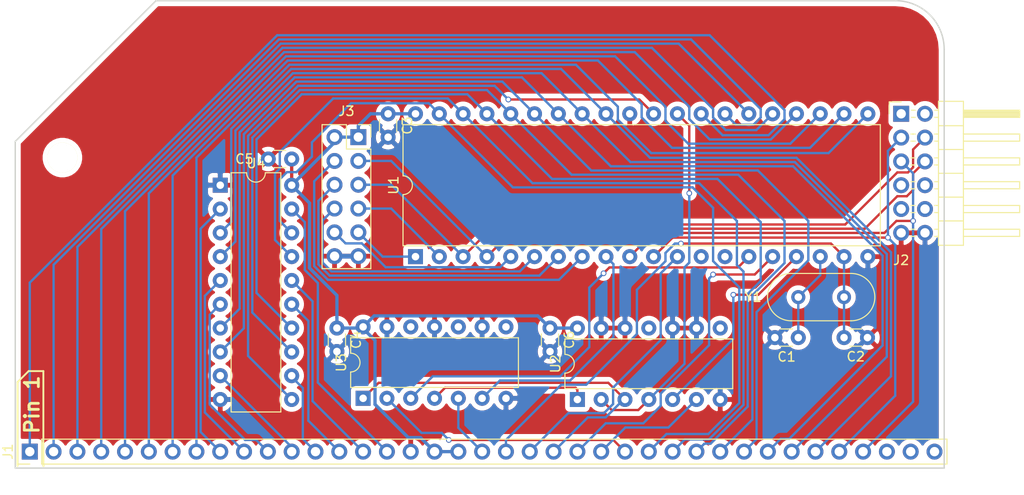
<source format=kicad_pcb>
(kicad_pcb (version 20171130) (host pcbnew "(5.1.5)-3")
  (layers (0 F.Cu signal) (31 B.Cu signal) (34 B.Paste user) (35 F.Paste user) (36 B.SilkS user) (37 F.SilkS user) (38 B.Mask user) (39 F.Mask user) (44 Edge.Cuts user))
  (net 0 "")
  (net 1 GND)
  (net 2 VCC)
  (net 3 /D0)
  (net 4 /D1)
  (net 5 /D2)
  (net 6 /D3)
  (net 7 /D4)
  (net 8 /D5)
  (net 9 /D6)
  (net 10 /D7)
  (net 11 /A15)
  (net 12 /A14)
  (net 13 /A13)
  (net 14 /A12)
  (net 15 /A11)
  (net 16 /A10)
  (net 17 /A9)
  (net 18 /A8)
  (net 19 /A7)
  (net 20 /A6)
  (net 21 /A5)
  (net 22 /A4)
  (net 23 /A3)
  (net 24 /A2)
  (net 25 /A1)
  (net 26 /A0)
  (net 27 /~RST)
  (net 28 /CLK)
  (net 29 /~INT)
  (net 30 /~MREQ)
  (net 31 /~WR)
  (net 32 /~RD)
  (net 33 /~IORQ)
  (net 34 "Net-(J1-Pad35)")
  (net 35 "Net-(J1-Pad36)")
  (net 36 "Net-(U1-Pad29)")
  (net 37 "Net-(U1-Pad30)")
  (net 38 "Net-(U1-Pad17)")
  (net 39 "Net-(C1-Pad1)")
  (net 40 "Net-(U1-Pad15)")
  (net 41 "Net-(J2-Pad4)")
  (net 42 "Net-(J3-Pad4)")
  (net 43 "Net-(J3-Pad9)")
  (net 44 "Net-(J2-Pad6)")
  (net 45 "Net-(J3-Pad6)")
  (net 46 "Net-(J3-Pad7)")
  (net 47 "Net-(U1-Pad9)")
  (net 48 "Net-(J3-Pad8)")
  (net 49 "Net-(J3-Pad10)")
  (net 50 "Net-(U2-Pad1)")
  (module Package_DIP:DIP-40_W15.24mm (layer F.Cu) (at 196.596 130.81 90)
    (fp_text reference U1 (at 7.62 -2.33 90) (layer F.SilkS))
    (fp_text value DS80C320)
    (pad 1 thru_hole rect (at 0 0 90) (size 1.6 1.6) (drill 0.8) (layers *.Cu *.Mask) (net 43 "Net-(J3-Pad9)"))
    (pad 21 thru_hole oval (at 15.24 48.26 90) (size 1.6 1.6) (drill 0.8) (layers *.Cu *.Mask) (net 18 /A8))
    (pad 2 thru_hole oval (at 0 2.54 90) (size 1.6 1.6) (drill 0.8) (layers *.Cu *.Mask) (net 46 "Net-(J3-Pad7)"))
    (pad 22 thru_hole oval (at 15.24 45.72 90) (size 1.6 1.6) (drill 0.8) (layers *.Cu *.Mask) (net 17 /A9))
    (pad 3 thru_hole oval (at 0 5.08 90) (size 1.6 1.6) (drill 0.8) (layers *.Cu *.Mask) (net 41 "Net-(J2-Pad4)"))
    (pad 23 thru_hole oval (at 15.24 43.18 90) (size 1.6 1.6) (drill 0.8) (layers *.Cu *.Mask) (net 16 /A10))
    (pad 4 thru_hole oval (at 0 7.62 90) (size 1.6 1.6) (drill 0.8) (layers *.Cu *.Mask) (net 44 "Net-(J2-Pad6)"))
    (pad 24 thru_hole oval (at 15.24 40.64 90) (size 1.6 1.6) (drill 0.8) (layers *.Cu *.Mask) (net 15 /A11))
    (pad 5 thru_hole oval (at 0 10.16 90) (size 1.6 1.6) (drill 0.8) (layers *.Cu *.Mask) (net 49 "Net-(J3-Pad10)"))
    (pad 25 thru_hole oval (at 15.24 38.1 90) (size 1.6 1.6) (drill 0.8) (layers *.Cu *.Mask) (net 14 /A12))
    (pad 6 thru_hole oval (at 0 12.7 90) (size 1.6 1.6) (drill 0.8) (layers *.Cu *.Mask) (net 48 "Net-(J3-Pad8)"))
    (pad 26 thru_hole oval (at 15.24 35.56 90) (size 1.6 1.6) (drill 0.8) (layers *.Cu *.Mask) (net 13 /A13))
    (pad 7 thru_hole oval (at 0 15.24 90) (size 1.6 1.6) (drill 0.8) (layers *.Cu *.Mask) (net 45 "Net-(J3-Pad6)"))
    (pad 27 thru_hole oval (at 15.24 33.02 90) (size 1.6 1.6) (drill 0.8) (layers *.Cu *.Mask) (net 12 /A14))
    (pad 8 thru_hole oval (at 0 17.78 90) (size 1.6 1.6) (drill 0.8) (layers *.Cu *.Mask) (net 42 "Net-(J3-Pad4)"))
    (pad 28 thru_hole oval (at 15.24 30.48 90) (size 1.6 1.6) (drill 0.8) (layers *.Cu *.Mask) (net 11 /A15))
    (pad 9 thru_hole oval (at 0 20.32 90) (size 1.6 1.6) (drill 0.8) (layers *.Cu *.Mask) (net 47 "Net-(U1-Pad9)"))
    (pad 29 thru_hole oval (at 15.24 27.94 90) (size 1.6 1.6) (drill 0.8) (layers *.Cu *.Mask) (net 36 "Net-(U1-Pad29)"))
    (pad 10 thru_hole oval (at 0 22.86 90) (size 1.6 1.6) (drill 0.8) (layers *.Cu *.Mask) (net 35 "Net-(J1-Pad36)"))
    (pad 30 thru_hole oval (at 15.24 25.4 90) (size 1.6 1.6) (drill 0.8) (layers *.Cu *.Mask) (net 37 "Net-(U1-Pad30)"))
    (pad 11 thru_hole oval (at 0 25.4 90) (size 1.6 1.6) (drill 0.8) (layers *.Cu *.Mask) (net 34 "Net-(J1-Pad35)"))
    (pad 31 thru_hole oval (at 15.24 22.86 90) (size 1.6 1.6) (drill 0.8) (layers *.Cu *.Mask) (net 1 GND))
    (pad 12 thru_hole oval (at 0 27.94 90) (size 1.6 1.6) (drill 0.8) (layers *.Cu *.Mask) (net 29 /~INT))
    (pad 32 thru_hole oval (at 15.24 20.32 90) (size 1.6 1.6) (drill 0.8) (layers *.Cu *.Mask) (net 10 /D7))
    (pad 13 thru_hole oval (at 0 30.48 90) (size 1.6 1.6) (drill 0.8) (layers *.Cu *.Mask))
    (pad 33 thru_hole oval (at 15.24 17.78 90) (size 1.6 1.6) (drill 0.8) (layers *.Cu *.Mask) (net 9 /D6))
    (pad 14 thru_hole oval (at 0 33.02 90) (size 1.6 1.6) (drill 0.8) (layers *.Cu *.Mask))
    (pad 34 thru_hole oval (at 15.24 15.24 90) (size 1.6 1.6) (drill 0.8) (layers *.Cu *.Mask) (net 8 /D5))
    (pad 15 thru_hole oval (at 0 35.56 90) (size 1.6 1.6) (drill 0.8) (layers *.Cu *.Mask) (net 40 "Net-(U1-Pad15)"))
    (pad 35 thru_hole oval (at 15.24 12.7 90) (size 1.6 1.6) (drill 0.8) (layers *.Cu *.Mask) (net 7 /D4))
    (pad 16 thru_hole oval (at 0 38.1 90) (size 1.6 1.6) (drill 0.8) (layers *.Cu *.Mask) (net 31 /~WR))
    (pad 36 thru_hole oval (at 15.24 10.16 90) (size 1.6 1.6) (drill 0.8) (layers *.Cu *.Mask) (net 6 /D3))
    (pad 17 thru_hole oval (at 0 40.64 90) (size 1.6 1.6) (drill 0.8) (layers *.Cu *.Mask) (net 38 "Net-(U1-Pad17)"))
    (pad 37 thru_hole oval (at 15.24 7.62 90) (size 1.6 1.6) (drill 0.8) (layers *.Cu *.Mask) (net 5 /D2))
    (pad 18 thru_hole oval (at 0 43.18 90) (size 1.6 1.6) (drill 0.8) (layers *.Cu *.Mask) (net 39 "Net-(C1-Pad1)"))
    (pad 38 thru_hole oval (at 15.24 5.08 90) (size 1.6 1.6) (drill 0.8) (layers *.Cu *.Mask) (net 4 /D1))
    (pad 19 thru_hole oval (at 0 45.72 90) (size 1.6 1.6) (drill 0.8) (layers *.Cu *.Mask) (net 28 /CLK))
    (pad 39 thru_hole oval (at 15.24 2.54 90) (size 1.6 1.6) (drill 0.8) (layers *.Cu *.Mask) (net 3 /D0))
    (pad 20 thru_hole oval (at 0 48.26 90) (size 1.6 1.6) (drill 0.8) (layers *.Cu *.Mask) (net 1 GND))
    (pad 40 thru_hole oval (at 15.24 0 90) (size 1.6 1.6) (drill 0.8) (layers *.Cu *.Mask) (net 2 VCC))
  )
  (module Package_DIP:DIP-20_W7.62mm (layer F.Cu) (at 175.768 123.19)
    (fp_text reference U4 (at 3.81 -2.33) (layer F.SilkS))
    (fp_text value 74LS373)
    (pad 20 thru_hole oval (at 7.62 0) (size 1.6 1.6) (drill 0.8) (layers *.Cu *.Mask) (net 2 VCC))
    (pad 10 thru_hole oval (at 0 22.86) (size 1.6 1.6) (drill 0.8) (layers *.Cu *.Mask) (net 1 GND))
    (pad 19 thru_hole oval (at 7.62 2.54) (size 1.6 1.6) (drill 0.8) (layers *.Cu *.Mask) (net 26 /A0))
    (pad 9 thru_hole oval (at 0 20.32) (size 1.6 1.6) (drill 0.8) (layers *.Cu *.Mask) (net 22 /A4))
    (pad 18 thru_hole oval (at 7.62 5.08) (size 1.6 1.6) (drill 0.8) (layers *.Cu *.Mask) (net 3 /D0))
    (pad 8 thru_hole oval (at 0 17.78) (size 1.6 1.6) (drill 0.8) (layers *.Cu *.Mask) (net 7 /D4))
    (pad 17 thru_hole oval (at 7.62 7.62) (size 1.6 1.6) (drill 0.8) (layers *.Cu *.Mask) (net 4 /D1))
    (pad 7 thru_hole oval (at 0 15.24) (size 1.6 1.6) (drill 0.8) (layers *.Cu *.Mask) (net 8 /D5))
    (pad 16 thru_hole oval (at 7.62 10.16) (size 1.6 1.6) (drill 0.8) (layers *.Cu *.Mask) (net 25 /A1))
    (pad 6 thru_hole oval (at 0 12.7) (size 1.6 1.6) (drill 0.8) (layers *.Cu *.Mask) (net 21 /A5))
    (pad 15 thru_hole oval (at 7.62 12.7) (size 1.6 1.6) (drill 0.8) (layers *.Cu *.Mask) (net 24 /A2))
    (pad 5 thru_hole oval (at 0 10.16) (size 1.6 1.6) (drill 0.8) (layers *.Cu *.Mask) (net 20 /A6))
    (pad 14 thru_hole oval (at 7.62 15.24) (size 1.6 1.6) (drill 0.8) (layers *.Cu *.Mask) (net 5 /D2))
    (pad 4 thru_hole oval (at 0 7.62) (size 1.6 1.6) (drill 0.8) (layers *.Cu *.Mask) (net 9 /D6))
    (pad 13 thru_hole oval (at 7.62 17.78) (size 1.6 1.6) (drill 0.8) (layers *.Cu *.Mask) (net 6 /D3))
    (pad 3 thru_hole oval (at 0 5.08) (size 1.6 1.6) (drill 0.8) (layers *.Cu *.Mask) (net 10 /D7))
    (pad 12 thru_hole oval (at 7.62 20.32) (size 1.6 1.6) (drill 0.8) (layers *.Cu *.Mask) (net 23 /A3))
    (pad 2 thru_hole oval (at 0 2.54) (size 1.6 1.6) (drill 0.8) (layers *.Cu *.Mask) (net 19 /A7))
    (pad 11 thru_hole oval (at 7.62 22.86) (size 1.6 1.6) (drill 0.8) (layers *.Cu *.Mask) (net 37 "Net-(U1-Pad30)"))
    (pad 1 thru_hole rect (at 0 0) (size 1.6 1.6) (drill 0.8) (layers *.Cu *.Mask) (net 1 GND))
  )
  (module Capacitor_THT:C_Disc_D3.0mm_W1.6mm_P2.50mm (layer F.Cu) (at 210.947 138.43 270)
    (fp_text reference C6 (at 1.25 -2.05 90) (layer F.SilkS))
    (fp_text value C)
    (pad 1 thru_hole circle (at 0 0 270) (size 1.6 1.6) (drill 0.8) (layers *.Cu *.Mask) (net 2 VCC))
    (pad 2 thru_hole circle (at 2.5 0 270) (size 1.6 1.6) (drill 0.8) (layers *.Cu *.Mask) (net 1 GND))
  )
  (module Capacitor_THT:C_Disc_D3.0mm_W1.6mm_P2.50mm (layer F.Cu) (at 183.388 120.396 180)
    (fp_text reference C5 (at 5.04 0) (layer F.SilkS))
    (fp_text value C)
    (pad 1 thru_hole circle (at 0 0 180) (size 1.6 1.6) (drill 0.8) (layers *.Cu *.Mask) (net 2 VCC))
    (pad 2 thru_hole circle (at 2.5 0 180) (size 1.6 1.6) (drill 0.8) (layers *.Cu *.Mask) (net 1 GND))
  )
  (module Capacitor_THT:C_Disc_D3.0mm_W1.6mm_P2.50mm (layer F.Cu) (at 193.675 115.57 270)
    (fp_text reference C3 (at 1.25 -2.05 90) (layer F.SilkS))
    (fp_text value C)
    (pad 1 thru_hole circle (at 0 0 270) (size 1.6 1.6) (drill 0.8) (layers *.Cu *.Mask) (net 2 VCC))
    (pad 2 thru_hole circle (at 2.5 0 270) (size 1.6 1.6) (drill 0.8) (layers *.Cu *.Mask) (net 1 GND))
  )
  (module Package_DIP:DIP-14_W7.62mm (layer F.Cu) (at 213.868 146.05 90)
    (fp_text reference U2 (at 3.81 -2.33 90) (layer F.SilkS))
    (fp_text value 74LS08)
    (pad 1 thru_hole rect (at 0 0 90) (size 1.6 1.6) (drill 0.8) (layers *.Cu *.Mask) (net 50 "Net-(U2-Pad1)"))
    (pad 8 thru_hole oval (at 7.62 15.24 90) (size 1.6 1.6) (drill 0.8) (layers *.Cu *.Mask))
    (pad 2 thru_hole oval (at 0 2.54 90) (size 1.6 1.6) (drill 0.8) (layers *.Cu *.Mask) (net 36 "Net-(U1-Pad29)"))
    (pad 9 thru_hole oval (at 7.62 12.7 90) (size 1.6 1.6) (drill 0.8) (layers *.Cu *.Mask) (net 1 GND))
    (pad 3 thru_hole oval (at 0 5.08 90) (size 1.6 1.6) (drill 0.8) (layers *.Cu *.Mask) (net 30 /~MREQ))
    (pad 10 thru_hole oval (at 7.62 10.16 90) (size 1.6 1.6) (drill 0.8) (layers *.Cu *.Mask) (net 1 GND))
    (pad 4 thru_hole oval (at 0 7.62 90) (size 1.6 1.6) (drill 0.8) (layers *.Cu *.Mask) (net 36 "Net-(U1-Pad29)"))
    (pad 11 thru_hole oval (at 7.62 7.62 90) (size 1.6 1.6) (drill 0.8) (layers *.Cu *.Mask))
    (pad 5 thru_hole oval (at 0 10.16 90) (size 1.6 1.6) (drill 0.8) (layers *.Cu *.Mask) (net 38 "Net-(U1-Pad17)"))
    (pad 12 thru_hole oval (at 7.62 5.08 90) (size 1.6 1.6) (drill 0.8) (layers *.Cu *.Mask) (net 1 GND))
    (pad 6 thru_hole oval (at 0 12.7 90) (size 1.6 1.6) (drill 0.8) (layers *.Cu *.Mask) (net 32 /~RD))
    (pad 13 thru_hole oval (at 7.62 2.54 90) (size 1.6 1.6) (drill 0.8) (layers *.Cu *.Mask) (net 1 GND))
    (pad 7 thru_hole oval (at 0 15.24 90) (size 1.6 1.6) (drill 0.8) (layers *.Cu *.Mask) (net 1 GND))
    (pad 14 thru_hole oval (at 7.62 0 90) (size 1.6 1.6) (drill 0.8) (layers *.Cu *.Mask) (net 2 VCC))
  )
  (module Connector_PinSocket_2.54mm:PinSocket_2x06_P2.54mm_Vertical (layer F.Cu) (at 190.5 118.06)
    (fp_text reference J3 (at -1.27 -2.77) (layer F.SilkS))
    (fp_text value PORT1)
    (pad 1 thru_hole rect (at 0 0) (size 1.7 1.7) (drill 1) (layers *.Cu *.Mask) (net 2 VCC))
    (pad 2 thru_hole oval (at -2.54 0) (size 1.7 1.7) (drill 1) (layers *.Cu *.Mask) (net 2 VCC))
    (pad 3 thru_hole oval (at 0 2.54) (size 1.7 1.7) (drill 1) (layers *.Cu *.Mask) (net 44 "Net-(J2-Pad6)"))
    (pad 4 thru_hole oval (at -2.54 2.54) (size 1.7 1.7) (drill 1) (layers *.Cu *.Mask) (net 42 "Net-(J3-Pad4)"))
    (pad 5 thru_hole oval (at 0 5.08) (size 1.7 1.7) (drill 1) (layers *.Cu *.Mask) (net 41 "Net-(J2-Pad4)"))
    (pad 6 thru_hole oval (at -2.54 5.08) (size 1.7 1.7) (drill 1) (layers *.Cu *.Mask) (net 45 "Net-(J3-Pad6)"))
    (pad 7 thru_hole oval (at 0 7.62) (size 1.7 1.7) (drill 1) (layers *.Cu *.Mask) (net 46 "Net-(J3-Pad7)"))
    (pad 8 thru_hole oval (at -2.54 7.62) (size 1.7 1.7) (drill 1) (layers *.Cu *.Mask) (net 48 "Net-(J3-Pad8)"))
    (pad 9 thru_hole oval (at 0 10.16) (size 1.7 1.7) (drill 1) (layers *.Cu *.Mask) (net 43 "Net-(J3-Pad9)"))
    (pad 10 thru_hole oval (at -2.54 10.16) (size 1.7 1.7) (drill 1) (layers *.Cu *.Mask) (net 49 "Net-(J3-Pad10)"))
    (pad 11 thru_hole oval (at 0 12.7) (size 1.7 1.7) (drill 1) (layers *.Cu *.Mask) (net 1 GND))
    (pad 12 thru_hole oval (at -2.54 12.7) (size 1.7 1.7) (drill 1) (layers *.Cu *.Mask) (net 1 GND))
  )
  (module Package_DIP:DIP-14_W7.62mm (layer F.Cu) (at 191.008 145.923 90)
    (fp_text reference U3 (at 3.81 -2.33 90) (layer F.SilkS))
    (fp_text value 74LS04)
    (pad 1 thru_hole rect (at 0 0 90) (size 1.6 1.6) (drill 0.8) (layers *.Cu *.Mask) (net 30 /~MREQ))
    (pad 8 thru_hole oval (at 7.62 15.24 90) (size 1.6 1.6) (drill 0.8) (layers *.Cu *.Mask))
    (pad 2 thru_hole oval (at 0 2.54 90) (size 1.6 1.6) (drill 0.8) (layers *.Cu *.Mask) (net 33 /~IORQ))
    (pad 9 thru_hole oval (at 7.62 12.7 90) (size 1.6 1.6) (drill 0.8) (layers *.Cu *.Mask) (net 1 GND))
    (pad 3 thru_hole oval (at 0 5.08 90) (size 1.6 1.6) (drill 0.8) (layers *.Cu *.Mask) (net 40 "Net-(U1-Pad15)"))
    (pad 10 thru_hole oval (at 7.62 10.16 90) (size 1.6 1.6) (drill 0.8) (layers *.Cu *.Mask))
    (pad 4 thru_hole oval (at 0 7.62 90) (size 1.6 1.6) (drill 0.8) (layers *.Cu *.Mask) (net 50 "Net-(U2-Pad1)"))
    (pad 11 thru_hole oval (at 7.62 7.62 90) (size 1.6 1.6) (drill 0.8) (layers *.Cu *.Mask) (net 1 GND))
    (pad 5 thru_hole oval (at 0 10.16 90) (size 1.6 1.6) (drill 0.8) (layers *.Cu *.Mask) (net 27 /~RST))
    (pad 12 thru_hole oval (at 7.62 5.08 90) (size 1.6 1.6) (drill 0.8) (layers *.Cu *.Mask))
    (pad 6 thru_hole oval (at 0 12.7 90) (size 1.6 1.6) (drill 0.8) (layers *.Cu *.Mask) (net 47 "Net-(U1-Pad9)"))
    (pad 13 thru_hole oval (at 7.62 2.54 90) (size 1.6 1.6) (drill 0.8) (layers *.Cu *.Mask) (net 1 GND))
    (pad 7 thru_hole oval (at 0 15.24 90) (size 1.6 1.6) (drill 0.8) (layers *.Cu *.Mask) (net 1 GND))
    (pad 14 thru_hole oval (at 7.62 0 90) (size 1.6 1.6) (drill 0.8) (layers *.Cu *.Mask) (net 2 VCC))
  )
  (module Mounting_Holes:MountingHole_3.2mm_M3 (layer F.Cu) (at 158.9278 120.2436)
    (fp_text reference "" hide)
    (fp_text value "" hide)
    (pad "" np_thru_hole circle (at 0 0) (size 3.2 3.2) (drill 3.2) (layers *.Cu *.Mask F.SilkS))
  )
  (module Connector_PinHeader_2.54mm:PinHeader_1x39_P2.54mm_Vertical (layer F.Cu) (at 155.448 151.6126 90)
    (fp_text reference J1 (at 0 -2.33 90) (layer F.SilkS))
    (fp_text value Conn_01x39)
    (pad 1 thru_hole rect (at 0 0 90) (size 1.7 1.7) (drill 1) (layers *.Cu *.Mask) (net 11 /A15))
    (pad 2 thru_hole oval (at 0 2.54 90) (size 1.7 1.7) (drill 1) (layers *.Cu *.Mask) (net 12 /A14))
    (pad 3 thru_hole oval (at 0 5.08 90) (size 1.7 1.7) (drill 1) (layers *.Cu *.Mask) (net 13 /A13))
    (pad 4 thru_hole oval (at 0 7.62 90) (size 1.7 1.7) (drill 1) (layers *.Cu *.Mask) (net 14 /A12))
    (pad 5 thru_hole oval (at 0 10.16 90) (size 1.7 1.7) (drill 1) (layers *.Cu *.Mask) (net 15 /A11))
    (pad 6 thru_hole oval (at 0 12.7 90) (size 1.7 1.7) (drill 1) (layers *.Cu *.Mask) (net 16 /A10))
    (pad 7 thru_hole oval (at 0 15.24 90) (size 1.7 1.7) (drill 1) (layers *.Cu *.Mask) (net 17 /A9))
    (pad 8 thru_hole oval (at 0 17.78 90) (size 1.7 1.7) (drill 1) (layers *.Cu *.Mask) (net 18 /A8))
    (pad 9 thru_hole oval (at 0 20.32 90) (size 1.7 1.7) (drill 1) (layers *.Cu *.Mask) (net 19 /A7))
    (pad 10 thru_hole oval (at 0 22.86 90) (size 1.7 1.7) (drill 1) (layers *.Cu *.Mask) (net 20 /A6))
    (pad 11 thru_hole oval (at 0 25.4 90) (size 1.7 1.7) (drill 1) (layers *.Cu *.Mask) (net 21 /A5))
    (pad 12 thru_hole oval (at 0 27.94 90) (size 1.7 1.7) (drill 1) (layers *.Cu *.Mask) (net 22 /A4))
    (pad 13 thru_hole oval (at 0 30.48 90) (size 1.7 1.7) (drill 1) (layers *.Cu *.Mask) (net 23 /A3))
    (pad 14 thru_hole oval (at 0 33.02 90) (size 1.7 1.7) (drill 1) (layers *.Cu *.Mask) (net 24 /A2))
    (pad 15 thru_hole oval (at 0 35.56 90) (size 1.7 1.7) (drill 1) (layers *.Cu *.Mask) (net 25 /A1))
    (pad 16 thru_hole oval (at 0 38.1 90) (size 1.7 1.7) (drill 1) (layers *.Cu *.Mask) (net 26 /A0))
    (pad 17 thru_hole oval (at 0 40.64 90) (size 1.7 1.7) (drill 1) (layers *.Cu *.Mask) (net 1 GND))
    (pad 18 thru_hole oval (at 0 43.18 90) (size 1.7 1.7) (drill 1) (layers *.Cu *.Mask) (net 2 VCC))
    (pad 19 thru_hole oval (at 0 45.72 90) (size 1.7 1.7) (drill 1) (layers *.Cu *.Mask) (net 2 VCC))
    (pad 20 thru_hole oval (at 0 48.26 90) (size 1.7 1.7) (drill 1) (layers *.Cu *.Mask) (net 27 /~RST))
    (pad 21 thru_hole oval (at 0 50.8 90) (size 1.7 1.7) (drill 1) (layers *.Cu *.Mask) (net 28 /CLK))
    (pad 22 thru_hole oval (at 0 53.34 90) (size 1.7 1.7) (drill 1) (layers *.Cu *.Mask) (net 29 /~INT))
    (pad 23 thru_hole oval (at 0 55.88 90) (size 1.7 1.7) (drill 1) (layers *.Cu *.Mask) (net 30 /~MREQ))
    (pad 24 thru_hole oval (at 0 58.42 90) (size 1.7 1.7) (drill 1) (layers *.Cu *.Mask) (net 31 /~WR))
    (pad 25 thru_hole oval (at 0 60.96 90) (size 1.7 1.7) (drill 1) (layers *.Cu *.Mask) (net 32 /~RD))
    (pad 26 thru_hole oval (at 0 63.5 90) (size 1.7 1.7) (drill 1) (layers *.Cu *.Mask) (net 33 /~IORQ))
    (pad 27 thru_hole oval (at 0 66.04 90) (size 1.7 1.7) (drill 1) (layers *.Cu *.Mask) (net 3 /D0))
    (pad 28 thru_hole oval (at 0 68.58 90) (size 1.7 1.7) (drill 1) (layers *.Cu *.Mask) (net 4 /D1))
    (pad 29 thru_hole oval (at 0 71.12 90) (size 1.7 1.7) (drill 1) (layers *.Cu *.Mask) (net 5 /D2))
    (pad 30 thru_hole oval (at 0 73.66 90) (size 1.7 1.7) (drill 1) (layers *.Cu *.Mask) (net 6 /D3))
    (pad 31 thru_hole oval (at 0 76.2 90) (size 1.7 1.7) (drill 1) (layers *.Cu *.Mask) (net 7 /D4))
    (pad 32 thru_hole oval (at 0 78.74 90) (size 1.7 1.7) (drill 1) (layers *.Cu *.Mask) (net 8 /D5))
    (pad 33 thru_hole oval (at 0 81.28 90) (size 1.7 1.7) (drill 1) (layers *.Cu *.Mask) (net 9 /D6))
    (pad 34 thru_hole oval (at 0 83.82 90) (size 1.7 1.7) (drill 1) (layers *.Cu *.Mask) (net 10 /D7))
    (pad 35 thru_hole oval (at 0 86.36 90) (size 1.7 1.7) (drill 1) (layers *.Cu *.Mask) (net 34 "Net-(J1-Pad35)"))
    (pad 36 thru_hole oval (at 0 88.9 90) (size 1.7 1.7) (drill 1) (layers *.Cu *.Mask) (net 35 "Net-(J1-Pad36)"))
    (pad 37 thru_hole oval (at 0 91.44 90) (size 1.7 1.7) (drill 1) (layers *.Cu *.Mask))
    (pad 38 thru_hole oval (at 0 93.98 90) (size 1.7 1.7) (drill 1) (layers *.Cu *.Mask))
    (pad 39 thru_hole oval (at 0 96.52 90) (size 1.7 1.7) (drill 1) (layers *.Cu *.Mask))
  )
  (module Crystal:Crystal_HC49-4H_Vertical (layer F.Cu) (at 237.436 135.128)
    (fp_text reference Y1 (at -4.826 0) (layer F.SilkS))
    (fp_text value Crystal)
    (pad 2 thru_hole circle (at 4.88 0) (size 1.5 1.5) (drill 0.8) (layers *.Cu *.Mask) (net 28 /CLK))
    (pad 1 thru_hole circle (at 0 0) (size 1.5 1.5) (drill 0.8) (layers *.Cu *.Mask) (net 39 "Net-(C1-Pad1)"))
  )
  (module Capacitor_THT:C_Disc_D3.0mm_W1.6mm_P2.50mm (layer F.Cu) (at 237.436 139.446 180)
    (fp_text reference C1 (at 1.25 -2.05) (layer F.SilkS))
    (fp_text value C)
    (pad 2 thru_hole circle (at 2.5 0 180) (size 1.6 1.6) (drill 0.8) (layers *.Cu *.Mask) (net 1 GND))
    (pad 1 thru_hole circle (at 0 0 180) (size 1.6 1.6) (drill 0.8) (layers *.Cu *.Mask) (net 39 "Net-(C1-Pad1)"))
  )
  (module Capacitor_THT:C_Disc_D3.0mm_W1.6mm_P2.50mm (layer F.Cu) (at 242.316 139.446)
    (fp_text reference C2 (at 1.25 2.032) (layer F.SilkS))
    (fp_text value C)
    (pad 1 thru_hole circle (at 0 0) (size 1.6 1.6) (drill 0.8) (layers *.Cu *.Mask) (net 28 /CLK))
    (pad 2 thru_hole circle (at 2.5 0) (size 1.6 1.6) (drill 0.8) (layers *.Cu *.Mask) (net 1 GND))
  )
  (module Capacitor_THT:C_Disc_D3.0mm_W1.6mm_P2.50mm (layer F.Cu) (at 188.214 138.43 270)
    (fp_text reference C4 (at 1.25 -2.05 90) (layer F.SilkS))
    (fp_text value C)
    (pad 1 thru_hole circle (at 0 0 270) (size 1.6 1.6) (drill 0.8) (layers *.Cu *.Mask) (net 2 VCC))
    (pad 2 thru_hole circle (at 2.5 0 270) (size 1.6 1.6) (drill 0.8) (layers *.Cu *.Mask) (net 1 GND))
  )
  (module Connector_PinHeader_2.54mm:PinHeader_2x06_P2.54mm_Horizontal (layer F.Cu) (at 248.412 115.57)
    (fp_text reference J2 (at 0 15.621) (layer F.SilkS))
    (fp_text value "S1  S2")
    (pad 12 thru_hole oval (at 2.54 12.7) (size 1.7 1.7) (drill 1) (layers *.Cu *.Mask) (net 1 GND))
    (pad 11 thru_hole oval (at 0 12.7) (size 1.7 1.7) (drill 1) (layers *.Cu *.Mask) (net 1 GND))
    (pad 10 thru_hole oval (at 2.54 10.16) (size 1.7 1.7) (drill 1) (layers *.Cu *.Mask))
    (pad 9 thru_hole oval (at 0 10.16) (size 1.7 1.7) (drill 1) (layers *.Cu *.Mask))
    (pad 8 thru_hole oval (at 2.54 7.62) (size 1.7 1.7) (drill 1) (layers *.Cu *.Mask))
    (pad 7 thru_hole oval (at 0 7.62) (size 1.7 1.7) (drill 1) (layers *.Cu *.Mask))
    (pad 6 thru_hole oval (at 2.54 5.08) (size 1.7 1.7) (drill 1) (layers *.Cu *.Mask) (net 44 "Net-(J2-Pad6)"))
    (pad 5 thru_hole oval (at 0 5.08) (size 1.7 1.7) (drill 1) (layers *.Cu *.Mask) (net 35 "Net-(J1-Pad36)"))
    (pad 4 thru_hole oval (at 2.54 2.54) (size 1.7 1.7) (drill 1) (layers *.Cu *.Mask) (net 41 "Net-(J2-Pad4)"))
    (pad 3 thru_hole oval (at 0 2.54) (size 1.7 1.7) (drill 1) (layers *.Cu *.Mask) (net 34 "Net-(J1-Pad35)"))
    (pad 2 thru_hole oval (at 2.54 0) (size 1.7 1.7) (drill 1) (layers *.Cu *.Mask))
    (pad 1 thru_hole rect (at 0 0) (size 1.7 1.7) (drill 1) (layers *.Cu *.Mask))
  )
  (gr_line (start 156.8958 153.13152) (end 156.93136 153.13152) (angle 90) (layer F.SilkS) (width 0.2))
  (gr_line (start 156.8958 143.01978) (end 156.8958 153.13152) (angle 90) (layer F.SilkS) (width 0.2))
  (gr_line (start 155.32608 143.01978) (end 156.8958 143.01978) (angle 90) (layer F.SilkS) (width 0.2))
  (gr_line (start 154.14498 144.20088) (end 155.32608 143.01978) (angle 90) (layer F.SilkS) (width 0.2))
  (gr_line (start 154.14498 153.13152) (end 154.14498 144.20088) (angle 90) (layer F.SilkS) (width 0.2))
  (gr_text "Pin 1" (at 155.68168 146.60118 90) (layer F.SilkS) (effects (font (size 1.5 1.5) (thickness 0.3))))
  (gr_line (start 253 108.685) (end 253 153.3652) (angle 90) (layer Edge.Cuts) (width 0.15))
  (gr_line (start 247.8184 103.505) (end 168.91 103.505) (angle 90) (layer Edge.Cuts) (width 0.15))
  (gr_arc (start 247.8184 108.685) (end 247.8184 103.505) (angle 90) (layer Edge.Cuts) (width 0.15))
  (gr_line (start 153.8986 118.5164) (end 153.8986 153.3652) (angle 90) (layer Edge.Cuts) (width 0.15))
  (gr_line (start 168.91 103.505) (end 153.8986 118.5164) (angle 90) (layer Edge.Cuts) (width 0.15))
  (gr_line (start 153.8986 153.3652) (end 253 153.3652) (angle 90) (layer Edge.Cuts) (width 0.15))
  (segment (start 201.422 151.6126) (end 199.363431 151.6126) (width 0.35) (layer B.Cu) (net 2))
  (segment (start 197.778001 150.762601) (end 198.628 151.6126) (width 0.35) (layer B.Cu) (net 2))
  (segment (start 192.278 139.75) (end 192.278 146.569002) (width 0.35) (layer B.Cu) (net 2))
  (segment (start 195.822998 150.114) (end 197.1294 150.114) (width 0.35) (layer B.Cu) (net 2))
  (segment (start 192.278 146.569002) (end 195.822998 150.114) (width 0.35) (layer B.Cu) (net 2))
  (segment (start 197.1294 150.114) (end 197.778001 150.762601) (width 0.35) (layer B.Cu) (net 2))
  (segment (start 190.958 138.43) (end 192.278 139.75) (width 0.35) (layer B.Cu) (net 2))
  (segment (start 187.96 118.618) (end 187.96 118.06) (width 0.35) (layer B.Cu) (net 2))
  (segment (start 183.388 123.19) (end 187.96 118.618) (width 0.35) (layer B.Cu) (net 2))
  (segment (start 183.388 123.19) (end 183.388 120.396) (width 0.35) (layer F.Cu) (net 2))
  (segment (start 187.96 118.06) (end 190.5 118.06) (width 0.35) (layer B.Cu) (net 2))
  (segment (start 190.881 138.43) (end 191.008 138.303) (width 0.35) (layer B.Cu) (net 2))
  (segment (start 188.214 138.43) (end 190.881 138.43) (width 0.35) (layer B.Cu) (net 2))
  (segment (start 210.947 138.43) (end 213.868 138.43) (width 0.35) (layer B.Cu) (net 2))
  (segment (start 210.147001 137.630001) (end 210.947 138.43) (width 0.35) (layer B.Cu) (net 2))
  (segment (start 209.644999 137.127999) (end 210.147001 137.630001) (width 0.35) (layer B.Cu) (net 2))
  (segment (start 191.008 138.303) (end 192.183001 137.127999) (width 0.35) (layer B.Cu) (net 2))
  (segment (start 192.183001 137.127999) (end 209.644999 137.127999) (width 0.35) (layer B.Cu) (net 2))
  (segment (start 193.675 115.57) (end 196.596 115.57) (width 0.35) (layer B.Cu) (net 2))
  (segment (start 191.79 115.57) (end 192.54363 115.57) (width 0.35) (layer B.Cu) (net 2))
  (segment (start 192.54363 115.57) (end 193.675 115.57) (width 0.35) (layer B.Cu) (net 2))
  (segment (start 190.5 116.86) (end 191.79 115.57) (width 0.35) (layer B.Cu) (net 2))
  (segment (start 190.5 118.06) (end 190.5 116.86) (width 0.35) (layer B.Cu) (net 2))
  (segment (start 185.289967 125.091967) (end 185.289967 132.024911) (width 0.35) (layer B.Cu) (net 2))
  (segment (start 183.388 123.19) (end 185.289967 125.091967) (width 0.35) (layer B.Cu) (net 2))
  (segment (start 188.214 134.948944) (end 188.214 137.29863) (width 0.35) (layer B.Cu) (net 2))
  (segment (start 188.214 137.29863) (end 188.214 138.43) (width 0.35) (layer B.Cu) (net 2))
  (segment (start 185.289967 132.024911) (end 188.214 134.948944) (width 0.35) (layer B.Cu) (net 2))
  (segment (start 221.742 151.6126) (end 221.742 151.257) (width 0.25) (layer B.Cu) (net 3))
  (segment (start 182.118 122.555) (end 182.118 127) (width 0.25) (layer B.Cu) (net 3))
  (segment (start 182.88 121.793) (end 182.118 122.555) (width 0.25) (layer B.Cu) (net 3))
  (segment (start 198.010999 114.444999) (end 189.720001 114.444999) (width 0.25) (layer B.Cu) (net 3))
  (segment (start 183.896 121.793) (end 182.88 121.793) (width 0.25) (layer B.Cu) (net 3))
  (segment (start 199.136 115.57) (end 198.010999 114.444999) (width 0.25) (layer B.Cu) (net 3))
  (segment (start 189.720001 114.444999) (end 185.547 118.618) (width 0.25) (layer B.Cu) (net 3))
  (segment (start 182.588001 127.470001) (end 183.388 128.27) (width 0.25) (layer B.Cu) (net 3))
  (segment (start 185.547 118.618) (end 185.547 120.142) (width 0.25) (layer B.Cu) (net 3))
  (segment (start 182.118 127) (end 182.588001 127.470001) (width 0.25) (layer B.Cu) (net 3))
  (segment (start 185.547 120.142) (end 183.896 121.793) (width 0.25) (layer B.Cu) (net 3))
  (segment (start 223.3676 149.733) (end 222.337999 150.762601) (width 0.25) (layer B.Cu) (net 3))
  (segment (start 227.838 149.733) (end 223.3676 149.733) (width 0.25) (layer B.Cu) (net 3))
  (segment (start 231.14 146.431) (end 227.838 149.733) (width 0.25) (layer B.Cu) (net 3))
  (segment (start 231.14 134.075998) (end 231.14 146.431) (width 0.25) (layer B.Cu) (net 3))
  (segment (start 222.337999 150.762601) (end 221.488 151.6126) (width 0.25) (layer B.Cu) (net 3))
  (segment (start 199.136 115.57) (end 206.985077 123.419077) (width 0.25) (layer B.Cu) (net 3))
  (segment (start 206.985077 123.419077) (end 226.162077 123.419077) (width 0.25) (layer B.Cu) (net 3))
  (segment (start 226.162077 123.419077) (end 228.346 125.603) (width 0.25) (layer B.Cu) (net 3))
  (segment (start 228.346 125.603) (end 228.346 131.281998) (width 0.25) (layer B.Cu) (net 3))
  (segment (start 228.346 131.281998) (end 231.14 134.075998) (width 0.25) (layer B.Cu) (net 3))
  (segment (start 224.282 151.6126) (end 224.282 151.3713) (width 0.25) (layer B.Cu) (net 4))
  (segment (start 181.61 129.032) (end 183.388 130.81) (width 0.25) (layer B.Cu) (net 4))
  (segment (start 182.118 121.412) (end 181.61 121.92) (width 0.25) (layer B.Cu) (net 4))
  (segment (start 182.118 119.634) (end 182.118 121.412) (width 0.25) (layer B.Cu) (net 4))
  (segment (start 181.61 121.92) (end 181.61 129.032) (width 0.25) (layer B.Cu) (net 4))
  (segment (start 187.813835 113.938165) (end 182.118 119.634) (width 0.25) (layer B.Cu) (net 4))
  (segment (start 200.044165 113.938165) (end 187.813835 113.938165) (width 0.25) (layer B.Cu) (net 4))
  (segment (start 201.676 115.57) (end 200.044165 113.938165) (width 0.25) (layer B.Cu) (net 4))
  (segment (start 209.075066 122.969066) (end 202.475999 116.369999) (width 0.25) (layer B.Cu) (net 4))
  (segment (start 230.886 127) (end 226.855066 122.969066) (width 0.25) (layer B.Cu) (net 4))
  (segment (start 226.855066 122.969066) (end 209.075066 122.969066) (width 0.25) (layer B.Cu) (net 4))
  (segment (start 230.886 131.699) (end 230.886 127) (width 0.25) (layer B.Cu) (net 4))
  (segment (start 224.028 151.6126) (end 225.330589 150.310011) (width 0.25) (layer B.Cu) (net 4))
  (segment (start 227.8974 150.310011) (end 231.590011 146.6174) (width 0.25) (layer B.Cu) (net 4))
  (segment (start 225.330589 150.310011) (end 227.8974 150.310011) (width 0.25) (layer B.Cu) (net 4))
  (segment (start 231.590011 146.6174) (end 231.590011 132.403011) (width 0.25) (layer B.Cu) (net 4))
  (segment (start 202.475999 116.369999) (end 201.676 115.57) (width 0.25) (layer B.Cu) (net 4))
  (segment (start 231.590011 132.403011) (end 230.886 131.699) (width 0.25) (layer B.Cu) (net 4))
  (segment (start 226.822 151.6126) (end 226.822 151.384) (width 0.25) (layer B.Cu) (net 5))
  (segment (start 179.635989 134.677989) (end 182.588001 137.630001) (width 0.25) (layer B.Cu) (net 5))
  (segment (start 182.588001 137.630001) (end 183.388 138.43) (width 0.25) (layer B.Cu) (net 5))
  (segment (start 179.635989 118.3046) (end 179.635989 134.677989) (width 0.25) (layer B.Cu) (net 5))
  (segment (start 184.452435 113.488154) (end 179.635989 118.3046) (width 0.25) (layer B.Cu) (net 5))
  (segment (start 204.216 115.57) (end 202.134154 113.488154) (width 0.25) (layer B.Cu) (net 5))
  (segment (start 202.134154 113.488154) (end 184.452435 113.488154) (width 0.25) (layer B.Cu) (net 5))
  (segment (start 228.818055 122.519055) (end 211.165055 122.519055) (width 0.25) (layer B.Cu) (net 5))
  (segment (start 211.165055 122.519055) (end 205.015999 116.369999) (width 0.25) (layer B.Cu) (net 5))
  (segment (start 233.426 127.127) (end 228.818055 122.519055) (width 0.25) (layer B.Cu) (net 5))
  (segment (start 233.426 133.398589) (end 233.426 127.127) (width 0.25) (layer B.Cu) (net 5))
  (segment (start 226.568 151.6126) (end 227.417999 150.762601) (width 0.25) (layer B.Cu) (net 5))
  (segment (start 232.040022 134.784567) (end 233.426 133.398589) (width 0.25) (layer B.Cu) (net 5))
  (segment (start 228.081221 150.762601) (end 232.040022 146.8038) (width 0.25) (layer B.Cu) (net 5))
  (segment (start 205.015999 116.369999) (end 204.216 115.57) (width 0.25) (layer B.Cu) (net 5))
  (segment (start 227.417999 150.762601) (end 228.081221 150.762601) (width 0.25) (layer B.Cu) (net 5))
  (segment (start 232.040022 146.8038) (end 232.040022 134.784567) (width 0.25) (layer B.Cu) (net 5))
  (segment (start 229.362 151.6126) (end 229.362 151.3713) (width 0.25) (layer B.Cu) (net 6))
  (segment (start 182.588001 140.170001) (end 183.388 140.97) (width 0.25) (layer B.Cu) (net 6))
  (segment (start 179.185978 136.767978) (end 182.588001 140.170001) (width 0.25) (layer B.Cu) (net 6))
  (segment (start 184.266035 113.038143) (end 179.185978 118.1182) (width 0.25) (layer B.Cu) (net 6))
  (segment (start 206.756 115.57) (end 204.224143 113.038143) (width 0.25) (layer B.Cu) (net 6))
  (segment (start 179.185978 118.1182) (end 179.185978 136.767978) (width 0.25) (layer B.Cu) (net 6))
  (segment (start 204.224143 113.038143) (end 184.266035 113.038143) (width 0.25) (layer B.Cu) (net 6))
  (segment (start 207.555999 116.369999) (end 206.756 115.57) (width 0.25) (layer B.Cu) (net 6))
  (segment (start 231.035044 122.069044) (end 213.255044 122.069044) (width 0.25) (layer B.Cu) (net 6))
  (segment (start 232.537 148.1836) (end 232.537 134.924) (width 0.25) (layer B.Cu) (net 6))
  (segment (start 213.255044 122.069044) (end 207.555999 116.369999) (width 0.25) (layer B.Cu) (net 6))
  (segment (start 229.108 151.6126) (end 232.537 148.1836) (width 0.25) (layer B.Cu) (net 6))
  (segment (start 232.537 134.924) (end 235.966 131.495) (width 0.25) (layer B.Cu) (net 6))
  (segment (start 235.966 131.495) (end 235.966 127) (width 0.25) (layer B.Cu) (net 6))
  (segment (start 235.966 127) (end 231.035044 122.069044) (width 0.25) (layer B.Cu) (net 6))
  (segment (start 231.902 151.6126) (end 231.902 151.3713) (width 0.25) (layer B.Cu) (net 7))
  (segment (start 208.496001 114.770001) (end 209.296 115.57) (width 0.25) (layer B.Cu) (net 7))
  (segment (start 178.285956 138.452044) (end 178.285956 117.7454) (width 0.25) (layer B.Cu) (net 7))
  (segment (start 205.864121 112.138121) (end 208.496001 114.770001) (width 0.25) (layer B.Cu) (net 7))
  (segment (start 183.893235 112.138121) (end 205.864121 112.138121) (width 0.25) (layer B.Cu) (net 7))
  (segment (start 178.285956 117.7454) (end 183.893235 112.138121) (width 0.25) (layer B.Cu) (net 7))
  (segment (start 175.768 140.97) (end 178.285956 138.452044) (width 0.25) (layer B.Cu) (net 7))
  (segment (start 215.345033 121.619033) (end 210.095999 116.369999) (width 0.25) (layer B.Cu) (net 7))
  (segment (start 233.125033 121.619033) (end 215.345033 121.619033) (width 0.25) (layer B.Cu) (net 7))
  (segment (start 232.987011 150.273589) (end 232.987011 136.723991) (width 0.25) (layer B.Cu) (net 7))
  (segment (start 210.095999 116.369999) (end 209.296 115.57) (width 0.25) (layer B.Cu) (net 7))
  (segment (start 231.648 151.6126) (end 232.987011 150.273589) (width 0.25) (layer B.Cu) (net 7))
  (segment (start 232.987011 136.723991) (end 238.506 131.205002) (width 0.25) (layer B.Cu) (net 7))
  (segment (start 238.506 131.205002) (end 238.506 127) (width 0.25) (layer B.Cu) (net 7))
  (segment (start 238.506 127) (end 233.125033 121.619033) (width 0.25) (layer B.Cu) (net 7))
  (segment (start 183.706835 111.68811) (end 207.95411 111.68811) (width 0.25) (layer B.Cu) (net 8))
  (segment (start 177.835945 136.362055) (end 177.835945 117.559) (width 0.25) (layer B.Cu) (net 8))
  (segment (start 177.835945 117.559) (end 183.706835 111.68811) (width 0.25) (layer B.Cu) (net 8))
  (segment (start 207.95411 111.68811) (end 211.036001 114.770001) (width 0.25) (layer B.Cu) (net 8))
  (segment (start 211.036001 114.770001) (end 211.836 115.57) (width 0.25) (layer B.Cu) (net 8))
  (segment (start 175.768 138.43) (end 177.835945 136.362055) (width 0.25) (layer B.Cu) (net 8))
  (segment (start 212.635999 116.369999) (end 211.836 115.57) (width 0.25) (layer B.Cu) (net 8))
  (segment (start 235.5596 150.241) (end 236.474 150.241) (width 0.25) (layer B.Cu) (net 8))
  (segment (start 236.474 150.241) (end 246.426967 140.288033) (width 0.25) (layer B.Cu) (net 8))
  (segment (start 246.426967 130.715965) (end 236.880024 121.169022) (width 0.25) (layer B.Cu) (net 8))
  (segment (start 234.188 151.6126) (end 235.5596 150.241) (width 0.25) (layer B.Cu) (net 8))
  (segment (start 217.435022 121.169022) (end 212.635999 116.369999) (width 0.25) (layer B.Cu) (net 8))
  (segment (start 236.880024 121.169022) (end 217.435022 121.169022) (width 0.25) (layer B.Cu) (net 8))
  (segment (start 246.426967 140.288033) (end 246.426967 130.715965) (width 0.25) (layer B.Cu) (net 8))
  (segment (start 215.175999 116.369999) (end 214.376 115.57) (width 0.25) (layer B.Cu) (net 9))
  (segment (start 219.525011 120.719011) (end 215.175999 116.369999) (width 0.25) (layer B.Cu) (net 9))
  (segment (start 237.066424 120.719011) (end 219.525011 120.719011) (width 0.25) (layer B.Cu) (net 9))
  (segment (start 246.876978 130.529565) (end 237.066424 120.719011) (width 0.25) (layer B.Cu) (net 9))
  (segment (start 246.876978 141.489022) (end 246.876978 130.529565) (width 0.25) (layer B.Cu) (net 9))
  (segment (start 236.982 151.384) (end 246.876978 141.489022) (width 0.25) (layer B.Cu) (net 9))
  (segment (start 236.982 151.6126) (end 236.982 151.384) (width 0.25) (layer B.Cu) (net 9))
  (segment (start 175.768 130.81) (end 177.385934 129.192066) (width 0.25) (layer B.Cu) (net 9))
  (segment (start 177.385934 129.192066) (end 177.385934 117.3726) (width 0.25) (layer B.Cu) (net 9))
  (segment (start 177.385934 117.3726) (end 183.520435 111.238099) (width 0.25) (layer B.Cu) (net 9))
  (segment (start 213.576001 114.770001) (end 214.376 115.57) (width 0.25) (layer B.Cu) (net 9))
  (segment (start 210.044099 111.238099) (end 213.576001 114.770001) (width 0.25) (layer B.Cu) (net 9))
  (segment (start 183.520435 111.238099) (end 210.044099 111.238099) (width 0.25) (layer B.Cu) (net 9))
  (segment (start 217.715999 116.369999) (end 216.916 115.57) (width 0.25) (layer B.Cu) (net 10))
  (segment (start 221.615 120.269) (end 217.715999 116.369999) (width 0.25) (layer B.Cu) (net 10))
  (segment (start 237.252824 120.269) (end 221.615 120.269) (width 0.25) (layer B.Cu) (net 10))
  (segment (start 247.326989 130.343165) (end 237.252824 120.269) (width 0.25) (layer B.Cu) (net 10))
  (segment (start 239.522 151.3713) (end 247.326989 143.566311) (width 0.25) (layer B.Cu) (net 10))
  (segment (start 239.522 151.6126) (end 239.522 151.3713) (width 0.25) (layer B.Cu) (net 10))
  (segment (start 247.326989 143.566311) (end 247.326989 130.343165) (width 0.25) (layer B.Cu) (net 10))
  (segment (start 176.935923 127.102077) (end 176.935923 117.1862) (width 0.25) (layer B.Cu) (net 10))
  (segment (start 216.116001 114.770001) (end 216.916 115.57) (width 0.25) (layer B.Cu) (net 10))
  (segment (start 212.134088 110.788088) (end 216.116001 114.770001) (width 0.25) (layer B.Cu) (net 10))
  (segment (start 183.334035 110.788088) (end 212.134088 110.788088) (width 0.25) (layer B.Cu) (net 10))
  (segment (start 176.935923 117.1862) (end 183.334035 110.788088) (width 0.25) (layer B.Cu) (net 10))
  (segment (start 175.768 128.27) (end 176.935923 127.102077) (width 0.25) (layer B.Cu) (net 10))
  (segment (start 155.448 151.3586) (end 155.448 133.582835) (width 0.25) (layer B.Cu) (net 11))
  (segment (start 235.966 116.148501) (end 234.258501 117.856) (width 0.25) (layer B.Cu) (net 11))
  (segment (start 234.258501 117.856) (end 229.362 117.856) (width 0.25) (layer B.Cu) (net 11))
  (segment (start 227.875999 116.369999) (end 227.076 115.57) (width 0.25) (layer B.Cu) (net 11))
  (segment (start 235.966 115.174998) (end 235.966 116.148501) (width 0.25) (layer B.Cu) (net 11))
  (segment (start 227.979002 107.188) (end 235.966 115.174998) (width 0.25) (layer B.Cu) (net 11))
  (segment (start 229.362 117.856) (end 227.875999 116.369999) (width 0.25) (layer B.Cu) (net 11))
  (segment (start 155.448 133.582835) (end 181.842835 107.188) (width 0.25) (layer B.Cu) (net 11))
  (segment (start 155.702 151.6126) (end 155.448 151.3586) (width 0.25) (layer B.Cu) (net 11))
  (segment (start 181.842835 107.188) (end 227.979002 107.188) (width 0.25) (layer B.Cu) (net 11))
  (segment (start 230.415999 116.369999) (end 229.616 115.57) (width 0.25) (layer B.Cu) (net 12))
  (segment (start 232.653079 116.737923) (end 230.783923 116.737923) (width 0.25) (layer B.Cu) (net 12))
  (segment (start 233.426 115.062) (end 233.426 115.965002) (width 0.25) (layer B.Cu) (net 12))
  (segment (start 226.002011 107.638011) (end 233.426 115.062) (width 0.25) (layer B.Cu) (net 12))
  (segment (start 182.029235 107.638011) (end 226.002011 107.638011) (width 0.25) (layer B.Cu) (net 12))
  (segment (start 157.988 131.679246) (end 182.029235 107.638011) (width 0.25) (layer B.Cu) (net 12))
  (segment (start 157.988 151.3586) (end 157.988 131.679246) (width 0.25) (layer B.Cu) (net 12))
  (segment (start 230.783923 116.737923) (end 230.415999 116.369999) (width 0.25) (layer B.Cu) (net 12))
  (segment (start 233.426 115.965002) (end 232.653079 116.737923) (width 0.25) (layer B.Cu) (net 12))
  (segment (start 158.242 151.6126) (end 157.988 151.3586) (width 0.25) (layer B.Cu) (net 12))
  (segment (start 224.674022 108.088022) (end 231.356001 114.770001) (width 0.25) (layer B.Cu) (net 13))
  (segment (start 182.215635 108.088022) (end 224.674022 108.088022) (width 0.25) (layer B.Cu) (net 13))
  (segment (start 160.528 129.775657) (end 182.215635 108.088022) (width 0.25) (layer B.Cu) (net 13))
  (segment (start 160.528 151.3586) (end 160.528 129.775657) (width 0.25) (layer B.Cu) (net 13))
  (segment (start 160.782 151.6126) (end 160.528 151.3586) (width 0.25) (layer B.Cu) (net 13))
  (segment (start 231.356001 114.770001) (end 232.156 115.57) (width 0.25) (layer B.Cu) (net 13))
  (segment (start 233.896001 116.369999) (end 234.696 115.57) (width 0.25) (layer B.Cu) (net 14))
  (segment (start 228.346 115.965002) (end 229.68491 117.303912) (width 0.25) (layer B.Cu) (net 14))
  (segment (start 221.822033 108.538033) (end 228.346 115.062) (width 0.25) (layer B.Cu) (net 14))
  (segment (start 182.402035 108.538033) (end 221.822033 108.538033) (width 0.25) (layer B.Cu) (net 14))
  (segment (start 163.068 127.872068) (end 182.402035 108.538033) (width 0.25) (layer B.Cu) (net 14))
  (segment (start 163.068 151.3586) (end 163.068 127.872068) (width 0.25) (layer B.Cu) (net 14))
  (segment (start 232.962088 117.303912) (end 233.896001 116.369999) (width 0.25) (layer B.Cu) (net 14))
  (segment (start 229.68491 117.303912) (end 232.962088 117.303912) (width 0.25) (layer B.Cu) (net 14))
  (segment (start 228.346 115.062) (end 228.346 115.965002) (width 0.25) (layer B.Cu) (net 14))
  (segment (start 163.322 151.6126) (end 163.068 151.3586) (width 0.25) (layer B.Cu) (net 14))
  (segment (start 236.436001 116.369999) (end 237.236 115.57) (width 0.25) (layer B.Cu) (net 15))
  (segment (start 234.499989 118.306011) (end 236.436001 116.369999) (width 0.25) (layer B.Cu) (net 15))
  (segment (start 227.97827 118.306011) (end 234.499989 118.306011) (width 0.25) (layer B.Cu) (net 15))
  (segment (start 225.806 116.133741) (end 227.97827 118.306011) (width 0.25) (layer B.Cu) (net 15))
  (segment (start 225.806 114.808) (end 225.806 116.133741) (width 0.25) (layer B.Cu) (net 15))
  (segment (start 219.986044 108.988044) (end 225.806 114.808) (width 0.25) (layer B.Cu) (net 15))
  (segment (start 165.608 125.968479) (end 182.588435 108.988044) (width 0.25) (layer B.Cu) (net 15))
  (segment (start 165.862 151.6126) (end 165.608 151.3586) (width 0.25) (layer B.Cu) (net 15))
  (segment (start 182.588435 108.988044) (end 219.986044 108.988044) (width 0.25) (layer B.Cu) (net 15))
  (segment (start 165.608 151.3586) (end 165.608 125.968479) (width 0.25) (layer B.Cu) (net 15))
  (segment (start 238.976001 116.369999) (end 239.776 115.57) (width 0.25) (layer B.Cu) (net 16))
  (segment (start 223.266 114.808) (end 223.266 116.332) (width 0.25) (layer B.Cu) (net 16))
  (segment (start 217.896055 109.438055) (end 223.266 114.808) (width 0.25) (layer B.Cu) (net 16))
  (segment (start 182.774835 109.438055) (end 217.896055 109.438055) (width 0.25) (layer B.Cu) (net 16))
  (segment (start 168.148 124.06489) (end 182.774835 109.438055) (width 0.25) (layer B.Cu) (net 16))
  (segment (start 168.148 151.3586) (end 168.148 124.06489) (width 0.25) (layer B.Cu) (net 16))
  (segment (start 223.266 116.332) (end 225.690022 118.756022) (width 0.25) (layer B.Cu) (net 16))
  (segment (start 168.402 151.6126) (end 168.148 151.3586) (width 0.25) (layer B.Cu) (net 16))
  (segment (start 225.690022 118.756022) (end 236.589978 118.756022) (width 0.25) (layer B.Cu) (net 16))
  (segment (start 236.589978 118.756022) (end 238.976001 116.369999) (width 0.25) (layer B.Cu) (net 16))
  (segment (start 220.726 115.965002) (end 223.967031 119.206033) (width 0.25) (layer B.Cu) (net 17))
  (segment (start 220.726 114.554) (end 220.726 115.965002) (width 0.25) (layer B.Cu) (net 17))
  (segment (start 216.060066 109.888066) (end 220.726 114.554) (width 0.25) (layer B.Cu) (net 17))
  (segment (start 182.961235 109.888066) (end 216.060066 109.888066) (width 0.25) (layer B.Cu) (net 17))
  (segment (start 170.688 122.161301) (end 182.961235 109.888066) (width 0.25) (layer B.Cu) (net 17))
  (segment (start 241.516001 116.369999) (end 242.316 115.57) (width 0.25) (layer B.Cu) (net 17))
  (segment (start 170.688 151.3586) (end 170.688 122.161301) (width 0.25) (layer B.Cu) (net 17))
  (segment (start 170.942 151.6126) (end 170.688 151.3586) (width 0.25) (layer B.Cu) (net 17))
  (segment (start 238.679967 119.206033) (end 241.516001 116.369999) (width 0.25) (layer B.Cu) (net 17))
  (segment (start 223.967031 119.206033) (end 238.679967 119.206033) (width 0.25) (layer B.Cu) (net 17))
  (segment (start 218.186 116.20359) (end 221.74341 119.761) (width 0.25) (layer B.Cu) (net 18))
  (segment (start 218.186 114.808) (end 218.186 116.20359) (width 0.25) (layer B.Cu) (net 18))
  (segment (start 173.228 120.257712) (end 183.147635 110.338077) (width 0.25) (layer B.Cu) (net 18))
  (segment (start 213.716077 110.338077) (end 218.186 114.808) (width 0.25) (layer B.Cu) (net 18))
  (segment (start 183.147635 110.338077) (end 213.716077 110.338077) (width 0.25) (layer B.Cu) (net 18))
  (segment (start 173.482 151.6126) (end 173.228 151.3586) (width 0.25) (layer B.Cu) (net 18))
  (segment (start 173.228 151.3586) (end 173.228 120.257712) (width 0.25) (layer B.Cu) (net 18))
  (segment (start 240.665 119.761) (end 244.056001 116.369999) (width 0.25) (layer B.Cu) (net 18))
  (segment (start 244.056001 116.369999) (end 244.856 115.57) (width 0.25) (layer B.Cu) (net 18))
  (segment (start 221.74341 119.761) (end 240.665 119.761) (width 0.25) (layer B.Cu) (net 18))
  (segment (start 173.678011 127.819989) (end 173.678011 149.522611) (width 0.25) (layer B.Cu) (net 19))
  (segment (start 174.918001 150.762601) (end 175.768 151.6126) (width 0.25) (layer B.Cu) (net 19))
  (segment (start 175.768 125.73) (end 173.678011 127.819989) (width 0.25) (layer B.Cu) (net 19))
  (segment (start 173.678011 149.522611) (end 174.918001 150.762601) (width 0.25) (layer B.Cu) (net 19))
  (segment (start 174.128022 147.432622) (end 178.308 151.6126) (width 0.25) (layer B.Cu) (net 20))
  (segment (start 175.768 133.35) (end 174.128022 134.989978) (width 0.25) (layer B.Cu) (net 20))
  (segment (start 174.128022 134.989978) (end 174.128022 147.432622) (width 0.25) (layer B.Cu) (net 20))
  (segment (start 179.998001 150.762601) (end 180.848 151.6126) (width 0.25) (layer B.Cu) (net 21))
  (segment (start 174.642999 137.015001) (end 174.642999 146.590001) (width 0.25) (layer B.Cu) (net 21))
  (segment (start 175.768 135.89) (end 174.642999 137.015001) (width 0.25) (layer B.Cu) (net 21))
  (segment (start 178.420998 150.368) (end 179.6034 150.368) (width 0.25) (layer B.Cu) (net 21))
  (segment (start 174.642999 146.590001) (end 178.420998 150.368) (width 0.25) (layer B.Cu) (net 21))
  (segment (start 179.6034 150.368) (end 179.998001 150.762601) (width 0.25) (layer B.Cu) (net 21))
  (segment (start 183.388 151.13) (end 183.388 151.6126) (width 0.25) (layer B.Cu) (net 22))
  (segment (start 175.768 143.51) (end 183.388 151.13) (width 0.25) (layer B.Cu) (net 22))
  (segment (start 184.577967 150.262567) (end 184.577967 144.831201) (width 0.25) (layer B.Cu) (net 23))
  (segment (start 183.388 143.641232) (end 183.388 143.51) (width 0.25) (layer B.Cu) (net 23))
  (segment (start 184.577967 144.831201) (end 183.388 143.641232) (width 0.25) (layer B.Cu) (net 23))
  (segment (start 185.928 151.6126) (end 184.577967 150.262567) (width 0.25) (layer B.Cu) (net 23))
  (segment (start 184.187999 136.689999) (end 183.388 135.89) (width 0.25) (layer B.Cu) (net 24))
  (segment (start 185.166 137.668) (end 184.187999 136.689999) (width 0.25) (layer B.Cu) (net 24))
  (segment (start 185.166 148.3106) (end 185.166 137.668) (width 0.25) (layer B.Cu) (net 24))
  (segment (start 188.468 151.6126) (end 185.166 148.3106) (width 0.25) (layer B.Cu) (net 24))
  (segment (start 191.262 151.6126) (end 191.008 151.3586) (width 0.25) (layer B.Cu) (net 25))
  (segment (start 184.187999 134.149999) (end 183.388 133.35) (width 0.25) (layer B.Cu) (net 25))
  (segment (start 185.616011 135.578011) (end 184.187999 134.149999) (width 0.25) (layer B.Cu) (net 25))
  (segment (start 185.616011 146.220611) (end 185.616011 135.578011) (width 0.25) (layer B.Cu) (net 25))
  (segment (start 191.008 151.6126) (end 185.616011 146.220611) (width 0.25) (layer B.Cu) (net 25))
  (segment (start 184.187999 126.529999) (end 183.388 125.73) (width 0.25) (layer B.Cu) (net 26))
  (segment (start 193.548 151.6126) (end 186.182 144.2466) (width 0.25) (layer B.Cu) (net 26))
  (segment (start 184.789956 132.232022) (end 184.789956 127.131956) (width 0.25) (layer B.Cu) (net 26))
  (segment (start 186.182 144.2466) (end 186.182 133.624066) (width 0.25) (layer B.Cu) (net 26))
  (segment (start 186.182 133.624066) (end 184.789956 132.232022) (width 0.25) (layer B.Cu) (net 26))
  (segment (start 184.789956 127.131956) (end 184.187999 126.529999) (width 0.25) (layer B.Cu) (net 26))
  (segment (start 201.168 149.0726) (end 201.168 145.923) (width 0.25) (layer B.Cu) (net 27))
  (segment (start 203.708 151.6126) (end 201.168 149.0726) (width 0.25) (layer B.Cu) (net 27))
  (segment (start 242.316 131.94137) (end 242.316 135.128) (width 0.25) (layer B.Cu) (net 28))
  (segment (start 242.316 130.81) (end 242.316 131.94137) (width 0.25) (layer B.Cu) (net 28))
  (segment (start 242.316 135.128) (end 242.316 139.446) (width 0.25) (layer B.Cu) (net 28))
  (via (at 224.917 129.413) (size 0.6) (drill 0.4) (layers F.Cu B.Cu) (net 28))
  (segment (start 240.919 129.413) (end 224.917 129.413) (width 0.25) (layer F.Cu) (net 28))
  (segment (start 242.316 130.81) (end 240.919 129.413) (width 0.25) (layer F.Cu) (net 28))
  (segment (start 223.266 130.414998) (end 224.267998 129.413) (width 0.25) (layer B.Cu) (net 28))
  (segment (start 223.266 131.295177) (end 223.266 130.414998) (width 0.25) (layer B.Cu) (net 28))
  (segment (start 220.218 139.065) (end 220.218 134.343177) (width 0.25) (layer B.Cu) (net 28))
  (segment (start 224.267998 129.413) (end 224.492736 129.413) (width 0.25) (layer B.Cu) (net 28))
  (segment (start 212.141717 144.474988) (end 214.808012 144.474988) (width 0.25) (layer B.Cu) (net 28))
  (segment (start 206.248 151.6126) (end 206.248 150.368705) (width 0.25) (layer B.Cu) (net 28))
  (segment (start 224.492736 129.413) (end 224.917 129.413) (width 0.25) (layer B.Cu) (net 28))
  (segment (start 206.248 150.368705) (end 212.141717 144.474988) (width 0.25) (layer B.Cu) (net 28))
  (segment (start 220.218 134.343177) (end 223.266 131.295177) (width 0.25) (layer B.Cu) (net 28))
  (segment (start 214.808012 144.474988) (end 220.218 139.065) (width 0.25) (layer B.Cu) (net 28))
  (segment (start 208.788 151.6126) (end 209.042 151.6126) (width 0.25) (layer B.Cu) (net 29))
  (segment (start 222.758 132.588) (end 223.736001 131.609999) (width 0.25) (layer B.Cu) (net 29))
  (segment (start 222.758 139.7) (end 222.758 132.588) (width 0.25) (layer B.Cu) (net 29))
  (segment (start 223.736001 131.609999) (end 224.536 130.81) (width 0.25) (layer B.Cu) (net 29))
  (segment (start 216.70279 147.504989) (end 217.678 146.529779) (width 0.25) (layer B.Cu) (net 29))
  (segment (start 217.678 144.78) (end 222.758 139.7) (width 0.25) (layer B.Cu) (net 29))
  (segment (start 212.895611 147.504989) (end 216.70279 147.504989) (width 0.25) (layer B.Cu) (net 29))
  (segment (start 208.788 151.6126) (end 212.895611 147.504989) (width 0.25) (layer B.Cu) (net 29))
  (segment (start 217.678 146.529779) (end 217.678 144.78) (width 0.25) (layer B.Cu) (net 29))
  (segment (start 217.17 144.272) (end 218.148001 145.250001) (width 0.25) (layer F.Cu) (net 30))
  (segment (start 191.008 145.923) (end 192.659 144.272) (width 0.25) (layer F.Cu) (net 30))
  (segment (start 218.148001 145.250001) (end 218.948 146.05) (width 0.25) (layer F.Cu) (net 30))
  (segment (start 192.659 144.272) (end 217.17 144.272) (width 0.25) (layer F.Cu) (net 30))
  (segment (start 218.79419 146.05) (end 218.948 146.05) (width 0.25) (layer B.Cu) (net 30))
  (segment (start 216.88919 147.955) (end 218.79419 146.05) (width 0.25) (layer B.Cu) (net 30))
  (segment (start 211.328 151.6126) (end 214.9856 147.955) (width 0.25) (layer B.Cu) (net 30))
  (segment (start 214.9856 147.955) (end 216.88919 147.955) (width 0.25) (layer B.Cu) (net 30))
  (segment (start 214.122 151.6126) (end 213.868 151.6126) (width 0.25) (layer B.Cu) (net 31))
  (segment (start 232.791 132.715) (end 228.346 132.715) (width 0.25) (layer F.Cu) (net 31))
  (via (at 228.346 132.715) (size 0.6) (drill 0.4) (layers F.Cu B.Cu) (net 31))
  (segment (start 234.696 130.81) (end 232.791 132.715) (width 0.25) (layer F.Cu) (net 31))
  (segment (start 228.046001 133.014999) (end 228.346 132.715) (width 0.25) (layer B.Cu) (net 31))
  (segment (start 213.868 151.6126) (end 216.8906 148.59) (width 0.25) (layer B.Cu) (net 31))
  (segment (start 216.8906 148.59) (end 220.903 148.59) (width 0.25) (layer B.Cu) (net 31))
  (segment (start 220.903 148.59) (end 222.758 146.735) (width 0.25) (layer B.Cu) (net 31))
  (segment (start 222.758 145.41641) (end 227.919002 140.255408) (width 0.25) (layer B.Cu) (net 31))
  (segment (start 222.758 146.735) (end 222.758 145.41641) (width 0.25) (layer B.Cu) (net 31))
  (segment (start 227.919002 133.141998) (end 228.046001 133.014999) (width 0.25) (layer B.Cu) (net 31))
  (segment (start 227.919002 140.255408) (end 227.919002 133.141998) (width 0.25) (layer B.Cu) (net 31))
  (segment (start 223.577989 149.040011) (end 225.768001 146.849999) (width 0.25) (layer B.Cu) (net 32))
  (segment (start 216.408 151.6126) (end 218.980589 149.040011) (width 0.25) (layer B.Cu) (net 32))
  (segment (start 225.768001 146.849999) (end 226.568 146.05) (width 0.25) (layer B.Cu) (net 32))
  (segment (start 218.980589 149.040011) (end 223.577989 149.040011) (width 0.25) (layer B.Cu) (net 32))
  (segment (start 218.948 151.6126) (end 217.7034 150.368) (width 0.25) (layer F.Cu) (net 33))
  (via (at 200.152 150.368) (size 0.6) (drill 0.4) (layers F.Cu B.Cu) (net 33))
  (segment (start 217.7034 150.368) (end 200.152 150.368) (width 0.25) (layer F.Cu) (net 33))
  (segment (start 194.347999 146.722999) (end 193.548 145.923) (width 0.25) (layer B.Cu) (net 33))
  (segment (start 197.23899 149.61399) (end 194.347999 146.722999) (width 0.25) (layer B.Cu) (net 33))
  (segment (start 199.39799 149.61399) (end 197.23899 149.61399) (width 0.25) (layer B.Cu) (net 33))
  (segment (start 200.152 150.368) (end 199.39799 149.61399) (width 0.25) (layer B.Cu) (net 33))
  (segment (start 221.996 130.81) (end 224.026515 128.779485) (width 0.25) (layer F.Cu) (net 34))
  (segment (start 224.026515 128.779485) (end 246.575772 128.779485) (width 0.25) (layer F.Cu) (net 34))
  (segment (start 247.000036 128.355221) (end 247.000036 128.779485) (width 0.25) (layer B.Cu) (net 34))
  (segment (start 247.777 129.556449) (end 247.300035 129.079484) (width 0.25) (layer B.Cu) (net 34))
  (segment (start 247.777 145.6436) (end 247.777 129.556449) (width 0.25) (layer B.Cu) (net 34))
  (segment (start 247.300035 129.079484) (end 247.000036 128.779485) (width 0.25) (layer B.Cu) (net 34))
  (segment (start 247.000036 119.521964) (end 247.000036 128.355221) (width 0.25) (layer B.Cu) (net 34))
  (segment (start 246.575772 128.779485) (end 247.000036 128.779485) (width 0.25) (layer F.Cu) (net 34))
  (via (at 247.000036 128.779485) (size 0.6) (drill 0.4) (layers F.Cu B.Cu) (net 34))
  (segment (start 248.412 118.11) (end 247.000036 119.521964) (width 0.25) (layer B.Cu) (net 34))
  (segment (start 241.808 151.6126) (end 247.777 145.6436) (width 0.25) (layer B.Cu) (net 34))
  (segment (start 249.682 146.2786) (end 249.682 127) (width 0.25) (layer B.Cu) (net 35))
  (segment (start 249.682 127) (end 249.682 121.92) (width 0.25) (layer B.Cu) (net 35))
  (via (at 249.682 127) (size 0.6) (drill 0.4) (layers F.Cu B.Cu) (net 35))
  (segment (start 244.348 151.6126) (end 249.682 146.2786) (width 0.25) (layer B.Cu) (net 35))
  (segment (start 249.261999 121.499999) (end 248.412 120.65) (width 0.25) (layer B.Cu) (net 35))
  (segment (start 249.682 121.92) (end 249.261999 121.499999) (width 0.25) (layer B.Cu) (net 35))
  (segment (start 220.255999 130.010001) (end 219.456 130.81) (width 0.25) (layer F.Cu) (net 35))
  (segment (start 246.622978 128.281022) (end 221.984978 128.281022) (width 0.25) (layer F.Cu) (net 35))
  (segment (start 247.904 127) (end 246.622978 128.281022) (width 0.25) (layer F.Cu) (net 35))
  (segment (start 249.682 127) (end 247.904 127) (width 0.25) (layer F.Cu) (net 35))
  (segment (start 221.984978 128.281022) (end 220.255999 130.010001) (width 0.25) (layer F.Cu) (net 35))
  (segment (start 220.688001 146.849999) (end 221.488 146.05) (width 0.25) (layer F.Cu) (net 36))
  (segment (start 220.362999 147.175001) (end 220.688001 146.849999) (width 0.25) (layer F.Cu) (net 36))
  (segment (start 217.533001 147.175001) (end 220.362999 147.175001) (width 0.25) (layer F.Cu) (net 36))
  (segment (start 216.408 146.05) (end 217.533001 147.175001) (width 0.25) (layer F.Cu) (net 36))
  (segment (start 225.298 142.24) (end 225.298 131.953) (width 0.25) (layer B.Cu) (net 36))
  (segment (start 221.488 146.05) (end 225.298 142.24) (width 0.25) (layer B.Cu) (net 36))
  (segment (start 225.298 131.953) (end 225.806 131.445) (width 0.25) (layer B.Cu) (net 36))
  (segment (start 225.806 116.84) (end 225.806 124.044087) (width 0.25) (layer F.Cu) (net 36))
  (via (at 225.806 124.044087) (size 0.6) (drill 0.4) (layers F.Cu B.Cu) (net 36))
  (segment (start 224.536 115.57) (end 225.806 116.84) (width 0.25) (layer F.Cu) (net 36))
  (segment (start 225.806 131.445) (end 225.806 124.468351) (width 0.25) (layer B.Cu) (net 36))
  (segment (start 225.806 124.468351) (end 225.806 124.044087) (width 0.25) (layer B.Cu) (net 36))
  (segment (start 206.502 114.046) (end 220.472 114.046) (width 0.25) (layer F.Cu) (net 37))
  (segment (start 220.472 114.046) (end 221.996 115.57) (width 0.25) (layer F.Cu) (net 37))
  (via (at 206.502 114.046) (size 0.6) (drill 0.4) (layers F.Cu B.Cu) (net 37))
  (segment (start 205.044132 112.588132) (end 184.079635 112.588132) (width 0.25) (layer B.Cu) (net 37))
  (segment (start 182.588001 145.250001) (end 183.388 146.05) (width 0.25) (layer B.Cu) (net 37))
  (segment (start 178.735967 141.397967) (end 182.588001 145.250001) (width 0.25) (layer B.Cu) (net 37))
  (segment (start 206.502 114.046) (end 205.044132 112.588132) (width 0.25) (layer B.Cu) (net 37))
  (segment (start 184.079635 112.588132) (end 178.735967 117.9318) (width 0.25) (layer B.Cu) (net 37))
  (segment (start 178.735967 117.9318) (end 178.735967 141.397967) (width 0.25) (layer B.Cu) (net 37))
  (via (at 230.505 134.874) (size 0.6) (drill 0.4) (layers F.Cu B.Cu) (net 38))
  (segment (start 224.028 146.05) (end 230.505 139.573) (width 0.25) (layer B.Cu) (net 38))
  (segment (start 237.236 130.81) (end 233.172 134.874) (width 0.25) (layer F.Cu) (net 38))
  (segment (start 233.172 134.874) (end 230.505 134.874) (width 0.25) (layer F.Cu) (net 38))
  (segment (start 230.505 139.573) (end 230.505 134.874) (width 0.25) (layer B.Cu) (net 38))
  (segment (start 239.776 132.788) (end 237.436 135.128) (width 0.25) (layer B.Cu) (net 39))
  (segment (start 239.776 130.81) (end 239.776 132.788) (width 0.25) (layer B.Cu) (net 39))
  (segment (start 237.436 135.128) (end 237.436 139.446) (width 0.25) (layer B.Cu) (net 39))
  (via (at 216.662001 132.587999) (size 0.6) (drill 0.4) (layers F.Cu B.Cu) (net 40))
  (segment (start 216.362002 132.887998) (end 216.662001 132.587999) (width 0.25) (layer B.Cu) (net 40))
  (segment (start 198.436034 143.574966) (end 212.024329 143.574966) (width 0.25) (layer B.Cu) (net 40))
  (segment (start 212.024329 143.574966) (end 215.138 140.461295) (width 0.25) (layer B.Cu) (net 40))
  (segment (start 215.138 140.461295) (end 215.138 134.112) (width 0.25) (layer B.Cu) (net 40))
  (segment (start 196.088 145.923) (end 198.436034 143.574966) (width 0.25) (layer B.Cu) (net 40))
  (segment (start 215.138 134.112) (end 216.362002 132.887998) (width 0.25) (layer B.Cu) (net 40))
  (segment (start 217.287002 131.962998) (end 216.962 132.288) (width 0.25) (layer F.Cu) (net 40))
  (segment (start 232.156 130.81) (end 231.003002 131.962998) (width 0.25) (layer F.Cu) (net 40))
  (segment (start 216.962 132.288) (end 216.662001 132.587999) (width 0.25) (layer F.Cu) (net 40))
  (segment (start 231.003002 131.962998) (end 217.287002 131.962998) (width 0.25) (layer F.Cu) (net 40))
  (segment (start 194.006 123.14) (end 190.5 123.14) (width 0.25) (layer B.Cu) (net 41))
  (segment (start 201.676 130.81) (end 194.006 123.14) (width 0.25) (layer B.Cu) (net 41))
  (segment (start 250.102001 118.959999) (end 250.952 118.11) (width 0.25) (layer F.Cu) (net 41))
  (segment (start 249.682 119.38) (end 250.102001 118.959999) (width 0.25) (layer F.Cu) (net 41))
  (segment (start 249.682 121.28359) (end 249.682 119.38) (width 0.25) (layer F.Cu) (net 41))
  (segment (start 203.454 129.032) (end 219.837 129.032) (width 0.25) (layer F.Cu) (net 41))
  (segment (start 247.998999 121.825001) (end 249.140589 121.825001) (width 0.25) (layer F.Cu) (net 41))
  (segment (start 221.488 127.381) (end 242.443 127.381) (width 0.25) (layer F.Cu) (net 41))
  (segment (start 249.140589 121.825001) (end 249.682 121.28359) (width 0.25) (layer F.Cu) (net 41))
  (segment (start 242.443 127.381) (end 247.998999 121.825001) (width 0.25) (layer F.Cu) (net 41))
  (segment (start 201.676 130.81) (end 203.454 129.032) (width 0.25) (layer F.Cu) (net 41))
  (segment (start 219.837 129.032) (end 221.488 127.381) (width 0.25) (layer F.Cu) (net 41))
  (segment (start 187.110001 121.449999) (end 187.96 120.6) (width 0.25) (layer B.Cu) (net 42))
  (segment (start 185.789978 122.770022) (end 187.110001 121.449999) (width 0.25) (layer B.Cu) (net 42))
  (segment (start 185.789978 131.8178) (end 185.789978 122.770022) (width 0.25) (layer B.Cu) (net 42))
  (segment (start 211.900967 133.285033) (end 187.257211 133.285033) (width 0.25) (layer B.Cu) (net 42))
  (segment (start 214.376 130.81) (end 211.900967 133.285033) (width 0.25) (layer B.Cu) (net 42))
  (segment (start 187.257211 133.285033) (end 185.789978 131.8178) (width 0.25) (layer B.Cu) (net 42))
  (segment (start 193.09 130.81) (end 190.5 128.22) (width 0.25) (layer B.Cu) (net 43))
  (segment (start 196.596 130.81) (end 193.09 130.81) (width 0.25) (layer B.Cu) (net 43))
  (segment (start 191.702081 120.6) (end 190.5 120.6) (width 0.25) (layer B.Cu) (net 44))
  (segment (start 204.216 130.81) (end 194.006 120.6) (width 0.25) (layer B.Cu) (net 44))
  (segment (start 194.006 120.6) (end 191.702081 120.6) (width 0.25) (layer B.Cu) (net 44))
  (segment (start 205.015999 130.010001) (end 204.216 130.81) (width 0.25) (layer F.Cu) (net 44))
  (segment (start 205.543989 129.482011) (end 205.015999 130.010001) (width 0.25) (layer F.Cu) (net 44))
  (segment (start 220.0234 129.482011) (end 205.543989 129.482011) (width 0.25) (layer F.Cu) (net 44))
  (segment (start 244.532989 127.831011) (end 221.674399 127.831011) (width 0.25) (layer F.Cu) (net 44))
  (segment (start 250.952 120.65) (end 249.682 121.92) (width 0.25) (layer F.Cu) (net 44))
  (segment (start 249.682 121.92) (end 249.682 123.698) (width 0.25) (layer F.Cu) (net 44))
  (segment (start 247.998999 124.365001) (end 244.532989 127.831011) (width 0.25) (layer F.Cu) (net 44))
  (segment (start 249.682 123.698) (end 249.014999 124.365001) (width 0.25) (layer F.Cu) (net 44))
  (segment (start 221.674399 127.831011) (end 220.0234 129.482011) (width 0.25) (layer F.Cu) (net 44))
  (segment (start 249.014999 124.365001) (end 247.998999 124.365001) (width 0.25) (layer F.Cu) (net 44))
  (segment (start 211.836 130.81) (end 209.810978 132.835022) (width 0.25) (layer B.Cu) (net 45))
  (segment (start 186.239989 131.6314) (end 186.239989 124.860011) (width 0.25) (layer B.Cu) (net 45))
  (segment (start 187.443611 132.835022) (end 186.239989 131.6314) (width 0.25) (layer B.Cu) (net 45))
  (segment (start 209.810978 132.835022) (end 187.443611 132.835022) (width 0.25) (layer B.Cu) (net 45))
  (segment (start 187.110001 123.989999) (end 187.96 123.14) (width 0.25) (layer B.Cu) (net 45))
  (segment (start 186.239989 124.860011) (end 187.110001 123.989999) (width 0.25) (layer B.Cu) (net 45))
  (segment (start 194.006 125.68) (end 190.5 125.68) (width 0.25) (layer B.Cu) (net 46))
  (segment (start 199.136 130.81) (end 194.006 125.68) (width 0.25) (layer B.Cu) (net 46))
  (segment (start 217.715999 131.609999) (end 216.916 130.81) (width 0.25) (layer B.Cu) (net 47))
  (segment (start 217.715999 139.408001) (end 217.715999 131.609999) (width 0.25) (layer B.Cu) (net 47))
  (segment (start 213.099023 144.024977) (end 217.715999 139.408001) (width 0.25) (layer B.Cu) (net 47))
  (segment (start 203.708 145.923) (end 205.606023 144.024977) (width 0.25) (layer B.Cu) (net 47))
  (segment (start 205.606023 144.024977) (end 213.099023 144.024977) (width 0.25) (layer B.Cu) (net 47))
  (segment (start 186.69 126.95) (end 187.110001 126.529999) (width 0.25) (layer B.Cu) (net 48))
  (segment (start 186.69 131.445) (end 186.69 126.95) (width 0.25) (layer B.Cu) (net 48))
  (segment (start 187.630011 132.385011) (end 186.69 131.445) (width 0.25) (layer B.Cu) (net 48))
  (segment (start 207.720989 132.385011) (end 187.630011 132.385011) (width 0.25) (layer B.Cu) (net 48))
  (segment (start 209.296 130.81) (end 207.720989 132.385011) (width 0.25) (layer B.Cu) (net 48))
  (segment (start 187.110001 126.529999) (end 187.96 125.68) (width 0.25) (layer B.Cu) (net 48))
  (segment (start 189.135001 129.395001) (end 188.809999 129.069999) (width 0.25) (layer B.Cu) (net 49))
  (segment (start 190.874003 129.395001) (end 189.135001 129.395001) (width 0.25) (layer B.Cu) (net 49))
  (segment (start 193.414003 131.935001) (end 190.874003 129.395001) (width 0.25) (layer B.Cu) (net 49))
  (segment (start 205.630999 131.935001) (end 193.414003 131.935001) (width 0.25) (layer B.Cu) (net 49))
  (segment (start 188.809999 129.069999) (end 187.96 128.22) (width 0.25) (layer B.Cu) (net 49))
  (segment (start 206.756 130.81) (end 205.630999 131.935001) (width 0.25) (layer B.Cu) (net 49))
  (segment (start 213.868 145) (end 213.868 146.05) (width 0.25) (layer F.Cu) (net 50))
  (segment (start 213.665999 144.797999) (end 213.868 145) (width 0.25) (layer F.Cu) (net 50))
  (segment (start 198.628 145.923) (end 199.753001 144.797999) (width 0.25) (layer F.Cu) (net 50))
  (segment (start 199.753001 144.797999) (end 213.665999 144.797999) (width 0.25) (layer F.Cu) (net 50))
  (zone (net 1) (net_name GND) (layer F.Cu) (connect_pads (clearance 0.508)) (min_thickness 0.254) (fill yes (arc_segments 32) (thermal_gap 0.508) (thermal_bridge_width 0.508))
    (polygon (pts (xy 252.984 153.416) (xy 153.924 153.416) (xy 153.924 103.632) (xy 252.984 103.632)))
  )
  (zone (net 1) (net_name GND) (layer B.Cu) (connect_pads (clearance 0.508)) (min_thickness 0.254) (fill yes (arc_segments 32) (thermal_gap 0.508) (thermal_bridge_width 0.508))
    (polygon (pts (xy 252.984 153.416) (xy 153.924 153.416) (xy 153.924 103.632) (xy 252.984 103.632)))
  )
)
</source>
